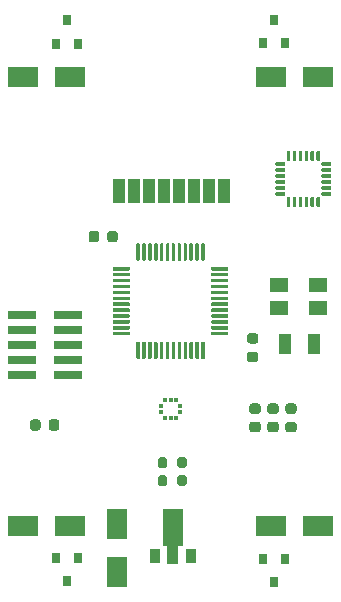
<source format=gbr>
%TF.GenerationSoftware,KiCad,Pcbnew,(5.1.9)-1*%
%TF.CreationDate,2021-04-28T15:16:42-04:00*%
%TF.ProjectId,final_design_v3,66696e61-6c5f-4646-9573-69676e5f7633,rev?*%
%TF.SameCoordinates,Original*%
%TF.FileFunction,Paste,Top*%
%TF.FilePolarity,Positive*%
%FSLAX46Y46*%
G04 Gerber Fmt 4.6, Leading zero omitted, Abs format (unit mm)*
G04 Created by KiCad (PCBNEW (5.1.9)-1) date 2021-04-28 15:16:42*
%MOMM*%
%LPD*%
G01*
G04 APERTURE LIST*
%ADD10R,2.400000X0.740000*%
%ADD11R,1.000000X2.000000*%
%ADD12R,1.800000X2.500000*%
%ADD13R,2.500000X1.800000*%
%ADD14R,0.800000X0.900000*%
%ADD15R,0.350000X0.380000*%
%ADD16R,0.900000X1.300000*%
%ADD17C,0.100000*%
%ADD18R,1.000000X1.800000*%
%ADD19R,1.600000X1.300000*%
G04 APERTURE END LIST*
D10*
%TO.C,J1*%
X130350000Y-105740000D03*
X126450000Y-105740000D03*
X130350000Y-104470000D03*
X126450000Y-104470000D03*
X130350000Y-103200000D03*
X126450000Y-103200000D03*
X130350000Y-101930000D03*
X126450000Y-101930000D03*
X130350000Y-100660000D03*
X126450000Y-100660000D03*
%TD*%
D11*
%TO.C,U4*%
X134600000Y-90200000D03*
X135870000Y-90200000D03*
X137140000Y-90200000D03*
X138410000Y-90200000D03*
X139680000Y-90200000D03*
X140950000Y-90200000D03*
X142220000Y-90200000D03*
X143490000Y-90200000D03*
%TD*%
%TO.C,C6*%
G36*
G01*
X145901600Y-108147400D02*
X146401600Y-108147400D01*
G75*
G02*
X146626600Y-108372400I0J-225000D01*
G01*
X146626600Y-108822400D01*
G75*
G02*
X146401600Y-109047400I-225000J0D01*
G01*
X145901600Y-109047400D01*
G75*
G02*
X145676600Y-108822400I0J225000D01*
G01*
X145676600Y-108372400D01*
G75*
G02*
X145901600Y-108147400I225000J0D01*
G01*
G37*
G36*
G01*
X145901600Y-109697400D02*
X146401600Y-109697400D01*
G75*
G02*
X146626600Y-109922400I0J-225000D01*
G01*
X146626600Y-110372400D01*
G75*
G02*
X146401600Y-110597400I-225000J0D01*
G01*
X145901600Y-110597400D01*
G75*
G02*
X145676600Y-110372400I0J225000D01*
G01*
X145676600Y-109922400D01*
G75*
G02*
X145901600Y-109697400I225000J0D01*
G01*
G37*
%TD*%
%TO.C,C7*%
G36*
G01*
X147425600Y-109697400D02*
X147925600Y-109697400D01*
G75*
G02*
X148150600Y-109922400I0J-225000D01*
G01*
X148150600Y-110372400D01*
G75*
G02*
X147925600Y-110597400I-225000J0D01*
G01*
X147425600Y-110597400D01*
G75*
G02*
X147200600Y-110372400I0J225000D01*
G01*
X147200600Y-109922400D01*
G75*
G02*
X147425600Y-109697400I225000J0D01*
G01*
G37*
G36*
G01*
X147425600Y-108147400D02*
X147925600Y-108147400D01*
G75*
G02*
X148150600Y-108372400I0J-225000D01*
G01*
X148150600Y-108822400D01*
G75*
G02*
X147925600Y-109047400I-225000J0D01*
G01*
X147425600Y-109047400D01*
G75*
G02*
X147200600Y-108822400I0J225000D01*
G01*
X147200600Y-108372400D01*
G75*
G02*
X147425600Y-108147400I225000J0D01*
G01*
G37*
%TD*%
%TO.C,D1*%
G36*
G01*
X127121200Y-110238250D02*
X127121200Y-109725750D01*
G75*
G02*
X127339950Y-109507000I218750J0D01*
G01*
X127777450Y-109507000D01*
G75*
G02*
X127996200Y-109725750I0J-218750D01*
G01*
X127996200Y-110238250D01*
G75*
G02*
X127777450Y-110457000I-218750J0D01*
G01*
X127339950Y-110457000D01*
G75*
G02*
X127121200Y-110238250I0J218750D01*
G01*
G37*
G36*
G01*
X128696200Y-110238250D02*
X128696200Y-109725750D01*
G75*
G02*
X128914950Y-109507000I218750J0D01*
G01*
X129352450Y-109507000D01*
G75*
G02*
X129571200Y-109725750I0J-218750D01*
G01*
X129571200Y-110238250D01*
G75*
G02*
X129352450Y-110457000I-218750J0D01*
G01*
X128914950Y-110457000D01*
G75*
G02*
X128696200Y-110238250I0J218750D01*
G01*
G37*
%TD*%
%TO.C,D2*%
G36*
G01*
X146204650Y-103078800D02*
X145692150Y-103078800D01*
G75*
G02*
X145473400Y-102860050I0J218750D01*
G01*
X145473400Y-102422550D01*
G75*
G02*
X145692150Y-102203800I218750J0D01*
G01*
X146204650Y-102203800D01*
G75*
G02*
X146423400Y-102422550I0J-218750D01*
G01*
X146423400Y-102860050D01*
G75*
G02*
X146204650Y-103078800I-218750J0D01*
G01*
G37*
G36*
G01*
X146204650Y-104653800D02*
X145692150Y-104653800D01*
G75*
G02*
X145473400Y-104435050I0J218750D01*
G01*
X145473400Y-103997550D01*
G75*
G02*
X145692150Y-103778800I218750J0D01*
G01*
X146204650Y-103778800D01*
G75*
G02*
X146423400Y-103997550I0J-218750D01*
G01*
X146423400Y-104435050D01*
G75*
G02*
X146204650Y-104653800I-218750J0D01*
G01*
G37*
%TD*%
%TO.C,D3*%
G36*
G01*
X132074200Y-94287050D02*
X132074200Y-93774550D01*
G75*
G02*
X132292950Y-93555800I218750J0D01*
G01*
X132730450Y-93555800D01*
G75*
G02*
X132949200Y-93774550I0J-218750D01*
G01*
X132949200Y-94287050D01*
G75*
G02*
X132730450Y-94505800I-218750J0D01*
G01*
X132292950Y-94505800D01*
G75*
G02*
X132074200Y-94287050I0J218750D01*
G01*
G37*
G36*
G01*
X133649200Y-94287050D02*
X133649200Y-93774550D01*
G75*
G02*
X133867950Y-93555800I218750J0D01*
G01*
X134305450Y-93555800D01*
G75*
G02*
X134524200Y-93774550I0J-218750D01*
G01*
X134524200Y-94287050D01*
G75*
G02*
X134305450Y-94505800I-218750J0D01*
G01*
X133867950Y-94505800D01*
G75*
G02*
X133649200Y-94287050I0J218750D01*
G01*
G37*
%TD*%
D12*
%TO.C,D5*%
X134500000Y-122400000D03*
X134500000Y-118400000D03*
%TD*%
D13*
%TO.C,D6*%
X130500000Y-80500000D03*
X126500000Y-80500000D03*
%TD*%
%TO.C,D7*%
X130524000Y-118491000D03*
X126524000Y-118491000D03*
%TD*%
%TO.C,D8*%
X151500000Y-80500000D03*
X147500000Y-80500000D03*
%TD*%
%TO.C,D9*%
X151500000Y-118491000D03*
X147500000Y-118491000D03*
%TD*%
%TO.C,L1*%
G36*
G01*
X149455850Y-110597400D02*
X148943350Y-110597400D01*
G75*
G02*
X148724600Y-110378650I0J218750D01*
G01*
X148724600Y-109941150D01*
G75*
G02*
X148943350Y-109722400I218750J0D01*
G01*
X149455850Y-109722400D01*
G75*
G02*
X149674600Y-109941150I0J-218750D01*
G01*
X149674600Y-110378650D01*
G75*
G02*
X149455850Y-110597400I-218750J0D01*
G01*
G37*
G36*
G01*
X149455850Y-109022400D02*
X148943350Y-109022400D01*
G75*
G02*
X148724600Y-108803650I0J218750D01*
G01*
X148724600Y-108366150D01*
G75*
G02*
X148943350Y-108147400I218750J0D01*
G01*
X149455850Y-108147400D01*
G75*
G02*
X149674600Y-108366150I0J-218750D01*
G01*
X149674600Y-108803650D01*
G75*
G02*
X149455850Y-109022400I-218750J0D01*
G01*
G37*
%TD*%
D14*
%TO.C,Q1*%
X129300000Y-77700000D03*
X131200000Y-77700000D03*
X130250000Y-75700000D03*
%TD*%
%TO.C,Q2*%
X131201200Y-121224800D03*
X129301200Y-121224800D03*
X130251200Y-123224800D03*
%TD*%
%TO.C,Q3*%
X147775000Y-75675000D03*
X148725000Y-77675000D03*
X146825000Y-77675000D03*
%TD*%
%TO.C,Q4*%
X147750000Y-123300000D03*
X146800000Y-121300000D03*
X148700000Y-121300000D03*
%TD*%
%TO.C,R9*%
G36*
G01*
X138716200Y-114431400D02*
X138716200Y-114981400D01*
G75*
G02*
X138516200Y-115181400I-200000J0D01*
G01*
X138116200Y-115181400D01*
G75*
G02*
X137916200Y-114981400I0J200000D01*
G01*
X137916200Y-114431400D01*
G75*
G02*
X138116200Y-114231400I200000J0D01*
G01*
X138516200Y-114231400D01*
G75*
G02*
X138716200Y-114431400I0J-200000D01*
G01*
G37*
G36*
G01*
X140366200Y-114431400D02*
X140366200Y-114981400D01*
G75*
G02*
X140166200Y-115181400I-200000J0D01*
G01*
X139766200Y-115181400D01*
G75*
G02*
X139566200Y-114981400I0J200000D01*
G01*
X139566200Y-114431400D01*
G75*
G02*
X139766200Y-114231400I200000J0D01*
G01*
X140166200Y-114231400D01*
G75*
G02*
X140366200Y-114431400I0J-200000D01*
G01*
G37*
%TD*%
%TO.C,R10*%
G36*
G01*
X137916200Y-113457400D02*
X137916200Y-112907400D01*
G75*
G02*
X138116200Y-112707400I200000J0D01*
G01*
X138516200Y-112707400D01*
G75*
G02*
X138716200Y-112907400I0J-200000D01*
G01*
X138716200Y-113457400D01*
G75*
G02*
X138516200Y-113657400I-200000J0D01*
G01*
X138116200Y-113657400D01*
G75*
G02*
X137916200Y-113457400I0J200000D01*
G01*
G37*
G36*
G01*
X139566200Y-113457400D02*
X139566200Y-112907400D01*
G75*
G02*
X139766200Y-112707400I200000J0D01*
G01*
X140166200Y-112707400D01*
G75*
G02*
X140366200Y-112907400I0J-200000D01*
G01*
X140366200Y-113457400D01*
G75*
G02*
X140166200Y-113657400I-200000J0D01*
G01*
X139766200Y-113657400D01*
G75*
G02*
X139566200Y-113457400I0J200000D01*
G01*
G37*
%TD*%
%TO.C,U1*%
G36*
G01*
X143900000Y-102175000D02*
X143900000Y-102325000D01*
G75*
G02*
X143825000Y-102400000I-75000J0D01*
G01*
X142500000Y-102400000D01*
G75*
G02*
X142425000Y-102325000I0J75000D01*
G01*
X142425000Y-102175000D01*
G75*
G02*
X142500000Y-102100000I75000J0D01*
G01*
X143825000Y-102100000D01*
G75*
G02*
X143900000Y-102175000I0J-75000D01*
G01*
G37*
G36*
G01*
X143900000Y-101675000D02*
X143900000Y-101825000D01*
G75*
G02*
X143825000Y-101900000I-75000J0D01*
G01*
X142500000Y-101900000D01*
G75*
G02*
X142425000Y-101825000I0J75000D01*
G01*
X142425000Y-101675000D01*
G75*
G02*
X142500000Y-101600000I75000J0D01*
G01*
X143825000Y-101600000D01*
G75*
G02*
X143900000Y-101675000I0J-75000D01*
G01*
G37*
G36*
G01*
X143900000Y-101175000D02*
X143900000Y-101325000D01*
G75*
G02*
X143825000Y-101400000I-75000J0D01*
G01*
X142500000Y-101400000D01*
G75*
G02*
X142425000Y-101325000I0J75000D01*
G01*
X142425000Y-101175000D01*
G75*
G02*
X142500000Y-101100000I75000J0D01*
G01*
X143825000Y-101100000D01*
G75*
G02*
X143900000Y-101175000I0J-75000D01*
G01*
G37*
G36*
G01*
X143900000Y-100675000D02*
X143900000Y-100825000D01*
G75*
G02*
X143825000Y-100900000I-75000J0D01*
G01*
X142500000Y-100900000D01*
G75*
G02*
X142425000Y-100825000I0J75000D01*
G01*
X142425000Y-100675000D01*
G75*
G02*
X142500000Y-100600000I75000J0D01*
G01*
X143825000Y-100600000D01*
G75*
G02*
X143900000Y-100675000I0J-75000D01*
G01*
G37*
G36*
G01*
X143900000Y-100175000D02*
X143900000Y-100325000D01*
G75*
G02*
X143825000Y-100400000I-75000J0D01*
G01*
X142500000Y-100400000D01*
G75*
G02*
X142425000Y-100325000I0J75000D01*
G01*
X142425000Y-100175000D01*
G75*
G02*
X142500000Y-100100000I75000J0D01*
G01*
X143825000Y-100100000D01*
G75*
G02*
X143900000Y-100175000I0J-75000D01*
G01*
G37*
G36*
G01*
X143900000Y-99675000D02*
X143900000Y-99825000D01*
G75*
G02*
X143825000Y-99900000I-75000J0D01*
G01*
X142500000Y-99900000D01*
G75*
G02*
X142425000Y-99825000I0J75000D01*
G01*
X142425000Y-99675000D01*
G75*
G02*
X142500000Y-99600000I75000J0D01*
G01*
X143825000Y-99600000D01*
G75*
G02*
X143900000Y-99675000I0J-75000D01*
G01*
G37*
G36*
G01*
X143900000Y-99175000D02*
X143900000Y-99325000D01*
G75*
G02*
X143825000Y-99400000I-75000J0D01*
G01*
X142500000Y-99400000D01*
G75*
G02*
X142425000Y-99325000I0J75000D01*
G01*
X142425000Y-99175000D01*
G75*
G02*
X142500000Y-99100000I75000J0D01*
G01*
X143825000Y-99100000D01*
G75*
G02*
X143900000Y-99175000I0J-75000D01*
G01*
G37*
G36*
G01*
X143900000Y-98675000D02*
X143900000Y-98825000D01*
G75*
G02*
X143825000Y-98900000I-75000J0D01*
G01*
X142500000Y-98900000D01*
G75*
G02*
X142425000Y-98825000I0J75000D01*
G01*
X142425000Y-98675000D01*
G75*
G02*
X142500000Y-98600000I75000J0D01*
G01*
X143825000Y-98600000D01*
G75*
G02*
X143900000Y-98675000I0J-75000D01*
G01*
G37*
G36*
G01*
X143900000Y-98175000D02*
X143900000Y-98325000D01*
G75*
G02*
X143825000Y-98400000I-75000J0D01*
G01*
X142500000Y-98400000D01*
G75*
G02*
X142425000Y-98325000I0J75000D01*
G01*
X142425000Y-98175000D01*
G75*
G02*
X142500000Y-98100000I75000J0D01*
G01*
X143825000Y-98100000D01*
G75*
G02*
X143900000Y-98175000I0J-75000D01*
G01*
G37*
G36*
G01*
X143900000Y-97675000D02*
X143900000Y-97825000D01*
G75*
G02*
X143825000Y-97900000I-75000J0D01*
G01*
X142500000Y-97900000D01*
G75*
G02*
X142425000Y-97825000I0J75000D01*
G01*
X142425000Y-97675000D01*
G75*
G02*
X142500000Y-97600000I75000J0D01*
G01*
X143825000Y-97600000D01*
G75*
G02*
X143900000Y-97675000I0J-75000D01*
G01*
G37*
G36*
G01*
X143900000Y-97175000D02*
X143900000Y-97325000D01*
G75*
G02*
X143825000Y-97400000I-75000J0D01*
G01*
X142500000Y-97400000D01*
G75*
G02*
X142425000Y-97325000I0J75000D01*
G01*
X142425000Y-97175000D01*
G75*
G02*
X142500000Y-97100000I75000J0D01*
G01*
X143825000Y-97100000D01*
G75*
G02*
X143900000Y-97175000I0J-75000D01*
G01*
G37*
G36*
G01*
X143900000Y-96675000D02*
X143900000Y-96825000D01*
G75*
G02*
X143825000Y-96900000I-75000J0D01*
G01*
X142500000Y-96900000D01*
G75*
G02*
X142425000Y-96825000I0J75000D01*
G01*
X142425000Y-96675000D01*
G75*
G02*
X142500000Y-96600000I75000J0D01*
G01*
X143825000Y-96600000D01*
G75*
G02*
X143900000Y-96675000I0J-75000D01*
G01*
G37*
G36*
G01*
X141900000Y-94675000D02*
X141900000Y-96000000D01*
G75*
G02*
X141825000Y-96075000I-75000J0D01*
G01*
X141675000Y-96075000D01*
G75*
G02*
X141600000Y-96000000I0J75000D01*
G01*
X141600000Y-94675000D01*
G75*
G02*
X141675000Y-94600000I75000J0D01*
G01*
X141825000Y-94600000D01*
G75*
G02*
X141900000Y-94675000I0J-75000D01*
G01*
G37*
G36*
G01*
X141400000Y-94675000D02*
X141400000Y-96000000D01*
G75*
G02*
X141325000Y-96075000I-75000J0D01*
G01*
X141175000Y-96075000D01*
G75*
G02*
X141100000Y-96000000I0J75000D01*
G01*
X141100000Y-94675000D01*
G75*
G02*
X141175000Y-94600000I75000J0D01*
G01*
X141325000Y-94600000D01*
G75*
G02*
X141400000Y-94675000I0J-75000D01*
G01*
G37*
G36*
G01*
X140900000Y-94675000D02*
X140900000Y-96000000D01*
G75*
G02*
X140825000Y-96075000I-75000J0D01*
G01*
X140675000Y-96075000D01*
G75*
G02*
X140600000Y-96000000I0J75000D01*
G01*
X140600000Y-94675000D01*
G75*
G02*
X140675000Y-94600000I75000J0D01*
G01*
X140825000Y-94600000D01*
G75*
G02*
X140900000Y-94675000I0J-75000D01*
G01*
G37*
G36*
G01*
X140400000Y-94675000D02*
X140400000Y-96000000D01*
G75*
G02*
X140325000Y-96075000I-75000J0D01*
G01*
X140175000Y-96075000D01*
G75*
G02*
X140100000Y-96000000I0J75000D01*
G01*
X140100000Y-94675000D01*
G75*
G02*
X140175000Y-94600000I75000J0D01*
G01*
X140325000Y-94600000D01*
G75*
G02*
X140400000Y-94675000I0J-75000D01*
G01*
G37*
G36*
G01*
X139900000Y-94675000D02*
X139900000Y-96000000D01*
G75*
G02*
X139825000Y-96075000I-75000J0D01*
G01*
X139675000Y-96075000D01*
G75*
G02*
X139600000Y-96000000I0J75000D01*
G01*
X139600000Y-94675000D01*
G75*
G02*
X139675000Y-94600000I75000J0D01*
G01*
X139825000Y-94600000D01*
G75*
G02*
X139900000Y-94675000I0J-75000D01*
G01*
G37*
G36*
G01*
X139400000Y-94675000D02*
X139400000Y-96000000D01*
G75*
G02*
X139325000Y-96075000I-75000J0D01*
G01*
X139175000Y-96075000D01*
G75*
G02*
X139100000Y-96000000I0J75000D01*
G01*
X139100000Y-94675000D01*
G75*
G02*
X139175000Y-94600000I75000J0D01*
G01*
X139325000Y-94600000D01*
G75*
G02*
X139400000Y-94675000I0J-75000D01*
G01*
G37*
G36*
G01*
X138900000Y-94675000D02*
X138900000Y-96000000D01*
G75*
G02*
X138825000Y-96075000I-75000J0D01*
G01*
X138675000Y-96075000D01*
G75*
G02*
X138600000Y-96000000I0J75000D01*
G01*
X138600000Y-94675000D01*
G75*
G02*
X138675000Y-94600000I75000J0D01*
G01*
X138825000Y-94600000D01*
G75*
G02*
X138900000Y-94675000I0J-75000D01*
G01*
G37*
G36*
G01*
X138400000Y-94675000D02*
X138400000Y-96000000D01*
G75*
G02*
X138325000Y-96075000I-75000J0D01*
G01*
X138175000Y-96075000D01*
G75*
G02*
X138100000Y-96000000I0J75000D01*
G01*
X138100000Y-94675000D01*
G75*
G02*
X138175000Y-94600000I75000J0D01*
G01*
X138325000Y-94600000D01*
G75*
G02*
X138400000Y-94675000I0J-75000D01*
G01*
G37*
G36*
G01*
X137900000Y-94675000D02*
X137900000Y-96000000D01*
G75*
G02*
X137825000Y-96075000I-75000J0D01*
G01*
X137675000Y-96075000D01*
G75*
G02*
X137600000Y-96000000I0J75000D01*
G01*
X137600000Y-94675000D01*
G75*
G02*
X137675000Y-94600000I75000J0D01*
G01*
X137825000Y-94600000D01*
G75*
G02*
X137900000Y-94675000I0J-75000D01*
G01*
G37*
G36*
G01*
X137400000Y-94675000D02*
X137400000Y-96000000D01*
G75*
G02*
X137325000Y-96075000I-75000J0D01*
G01*
X137175000Y-96075000D01*
G75*
G02*
X137100000Y-96000000I0J75000D01*
G01*
X137100000Y-94675000D01*
G75*
G02*
X137175000Y-94600000I75000J0D01*
G01*
X137325000Y-94600000D01*
G75*
G02*
X137400000Y-94675000I0J-75000D01*
G01*
G37*
G36*
G01*
X136900000Y-94675000D02*
X136900000Y-96000000D01*
G75*
G02*
X136825000Y-96075000I-75000J0D01*
G01*
X136675000Y-96075000D01*
G75*
G02*
X136600000Y-96000000I0J75000D01*
G01*
X136600000Y-94675000D01*
G75*
G02*
X136675000Y-94600000I75000J0D01*
G01*
X136825000Y-94600000D01*
G75*
G02*
X136900000Y-94675000I0J-75000D01*
G01*
G37*
G36*
G01*
X136400000Y-94675000D02*
X136400000Y-96000000D01*
G75*
G02*
X136325000Y-96075000I-75000J0D01*
G01*
X136175000Y-96075000D01*
G75*
G02*
X136100000Y-96000000I0J75000D01*
G01*
X136100000Y-94675000D01*
G75*
G02*
X136175000Y-94600000I75000J0D01*
G01*
X136325000Y-94600000D01*
G75*
G02*
X136400000Y-94675000I0J-75000D01*
G01*
G37*
G36*
G01*
X135575000Y-96675000D02*
X135575000Y-96825000D01*
G75*
G02*
X135500000Y-96900000I-75000J0D01*
G01*
X134175000Y-96900000D01*
G75*
G02*
X134100000Y-96825000I0J75000D01*
G01*
X134100000Y-96675000D01*
G75*
G02*
X134175000Y-96600000I75000J0D01*
G01*
X135500000Y-96600000D01*
G75*
G02*
X135575000Y-96675000I0J-75000D01*
G01*
G37*
G36*
G01*
X135575000Y-97175000D02*
X135575000Y-97325000D01*
G75*
G02*
X135500000Y-97400000I-75000J0D01*
G01*
X134175000Y-97400000D01*
G75*
G02*
X134100000Y-97325000I0J75000D01*
G01*
X134100000Y-97175000D01*
G75*
G02*
X134175000Y-97100000I75000J0D01*
G01*
X135500000Y-97100000D01*
G75*
G02*
X135575000Y-97175000I0J-75000D01*
G01*
G37*
G36*
G01*
X135575000Y-97675000D02*
X135575000Y-97825000D01*
G75*
G02*
X135500000Y-97900000I-75000J0D01*
G01*
X134175000Y-97900000D01*
G75*
G02*
X134100000Y-97825000I0J75000D01*
G01*
X134100000Y-97675000D01*
G75*
G02*
X134175000Y-97600000I75000J0D01*
G01*
X135500000Y-97600000D01*
G75*
G02*
X135575000Y-97675000I0J-75000D01*
G01*
G37*
G36*
G01*
X135575000Y-98175000D02*
X135575000Y-98325000D01*
G75*
G02*
X135500000Y-98400000I-75000J0D01*
G01*
X134175000Y-98400000D01*
G75*
G02*
X134100000Y-98325000I0J75000D01*
G01*
X134100000Y-98175000D01*
G75*
G02*
X134175000Y-98100000I75000J0D01*
G01*
X135500000Y-98100000D01*
G75*
G02*
X135575000Y-98175000I0J-75000D01*
G01*
G37*
G36*
G01*
X135575000Y-98675000D02*
X135575000Y-98825000D01*
G75*
G02*
X135500000Y-98900000I-75000J0D01*
G01*
X134175000Y-98900000D01*
G75*
G02*
X134100000Y-98825000I0J75000D01*
G01*
X134100000Y-98675000D01*
G75*
G02*
X134175000Y-98600000I75000J0D01*
G01*
X135500000Y-98600000D01*
G75*
G02*
X135575000Y-98675000I0J-75000D01*
G01*
G37*
G36*
G01*
X135575000Y-99175000D02*
X135575000Y-99325000D01*
G75*
G02*
X135500000Y-99400000I-75000J0D01*
G01*
X134175000Y-99400000D01*
G75*
G02*
X134100000Y-99325000I0J75000D01*
G01*
X134100000Y-99175000D01*
G75*
G02*
X134175000Y-99100000I75000J0D01*
G01*
X135500000Y-99100000D01*
G75*
G02*
X135575000Y-99175000I0J-75000D01*
G01*
G37*
G36*
G01*
X135575000Y-99675000D02*
X135575000Y-99825000D01*
G75*
G02*
X135500000Y-99900000I-75000J0D01*
G01*
X134175000Y-99900000D01*
G75*
G02*
X134100000Y-99825000I0J75000D01*
G01*
X134100000Y-99675000D01*
G75*
G02*
X134175000Y-99600000I75000J0D01*
G01*
X135500000Y-99600000D01*
G75*
G02*
X135575000Y-99675000I0J-75000D01*
G01*
G37*
G36*
G01*
X135575000Y-100175000D02*
X135575000Y-100325000D01*
G75*
G02*
X135500000Y-100400000I-75000J0D01*
G01*
X134175000Y-100400000D01*
G75*
G02*
X134100000Y-100325000I0J75000D01*
G01*
X134100000Y-100175000D01*
G75*
G02*
X134175000Y-100100000I75000J0D01*
G01*
X135500000Y-100100000D01*
G75*
G02*
X135575000Y-100175000I0J-75000D01*
G01*
G37*
G36*
G01*
X135575000Y-100675000D02*
X135575000Y-100825000D01*
G75*
G02*
X135500000Y-100900000I-75000J0D01*
G01*
X134175000Y-100900000D01*
G75*
G02*
X134100000Y-100825000I0J75000D01*
G01*
X134100000Y-100675000D01*
G75*
G02*
X134175000Y-100600000I75000J0D01*
G01*
X135500000Y-100600000D01*
G75*
G02*
X135575000Y-100675000I0J-75000D01*
G01*
G37*
G36*
G01*
X135575000Y-101175000D02*
X135575000Y-101325000D01*
G75*
G02*
X135500000Y-101400000I-75000J0D01*
G01*
X134175000Y-101400000D01*
G75*
G02*
X134100000Y-101325000I0J75000D01*
G01*
X134100000Y-101175000D01*
G75*
G02*
X134175000Y-101100000I75000J0D01*
G01*
X135500000Y-101100000D01*
G75*
G02*
X135575000Y-101175000I0J-75000D01*
G01*
G37*
G36*
G01*
X135575000Y-101675000D02*
X135575000Y-101825000D01*
G75*
G02*
X135500000Y-101900000I-75000J0D01*
G01*
X134175000Y-101900000D01*
G75*
G02*
X134100000Y-101825000I0J75000D01*
G01*
X134100000Y-101675000D01*
G75*
G02*
X134175000Y-101600000I75000J0D01*
G01*
X135500000Y-101600000D01*
G75*
G02*
X135575000Y-101675000I0J-75000D01*
G01*
G37*
G36*
G01*
X135575000Y-102175000D02*
X135575000Y-102325000D01*
G75*
G02*
X135500000Y-102400000I-75000J0D01*
G01*
X134175000Y-102400000D01*
G75*
G02*
X134100000Y-102325000I0J75000D01*
G01*
X134100000Y-102175000D01*
G75*
G02*
X134175000Y-102100000I75000J0D01*
G01*
X135500000Y-102100000D01*
G75*
G02*
X135575000Y-102175000I0J-75000D01*
G01*
G37*
G36*
G01*
X136400000Y-103000000D02*
X136400000Y-104325000D01*
G75*
G02*
X136325000Y-104400000I-75000J0D01*
G01*
X136175000Y-104400000D01*
G75*
G02*
X136100000Y-104325000I0J75000D01*
G01*
X136100000Y-103000000D01*
G75*
G02*
X136175000Y-102925000I75000J0D01*
G01*
X136325000Y-102925000D01*
G75*
G02*
X136400000Y-103000000I0J-75000D01*
G01*
G37*
G36*
G01*
X136900000Y-103000000D02*
X136900000Y-104325000D01*
G75*
G02*
X136825000Y-104400000I-75000J0D01*
G01*
X136675000Y-104400000D01*
G75*
G02*
X136600000Y-104325000I0J75000D01*
G01*
X136600000Y-103000000D01*
G75*
G02*
X136675000Y-102925000I75000J0D01*
G01*
X136825000Y-102925000D01*
G75*
G02*
X136900000Y-103000000I0J-75000D01*
G01*
G37*
G36*
G01*
X137400000Y-103000000D02*
X137400000Y-104325000D01*
G75*
G02*
X137325000Y-104400000I-75000J0D01*
G01*
X137175000Y-104400000D01*
G75*
G02*
X137100000Y-104325000I0J75000D01*
G01*
X137100000Y-103000000D01*
G75*
G02*
X137175000Y-102925000I75000J0D01*
G01*
X137325000Y-102925000D01*
G75*
G02*
X137400000Y-103000000I0J-75000D01*
G01*
G37*
G36*
G01*
X137900000Y-103000000D02*
X137900000Y-104325000D01*
G75*
G02*
X137825000Y-104400000I-75000J0D01*
G01*
X137675000Y-104400000D01*
G75*
G02*
X137600000Y-104325000I0J75000D01*
G01*
X137600000Y-103000000D01*
G75*
G02*
X137675000Y-102925000I75000J0D01*
G01*
X137825000Y-102925000D01*
G75*
G02*
X137900000Y-103000000I0J-75000D01*
G01*
G37*
G36*
G01*
X138400000Y-103000000D02*
X138400000Y-104325000D01*
G75*
G02*
X138325000Y-104400000I-75000J0D01*
G01*
X138175000Y-104400000D01*
G75*
G02*
X138100000Y-104325000I0J75000D01*
G01*
X138100000Y-103000000D01*
G75*
G02*
X138175000Y-102925000I75000J0D01*
G01*
X138325000Y-102925000D01*
G75*
G02*
X138400000Y-103000000I0J-75000D01*
G01*
G37*
G36*
G01*
X138900000Y-103000000D02*
X138900000Y-104325000D01*
G75*
G02*
X138825000Y-104400000I-75000J0D01*
G01*
X138675000Y-104400000D01*
G75*
G02*
X138600000Y-104325000I0J75000D01*
G01*
X138600000Y-103000000D01*
G75*
G02*
X138675000Y-102925000I75000J0D01*
G01*
X138825000Y-102925000D01*
G75*
G02*
X138900000Y-103000000I0J-75000D01*
G01*
G37*
G36*
G01*
X139400000Y-103000000D02*
X139400000Y-104325000D01*
G75*
G02*
X139325000Y-104400000I-75000J0D01*
G01*
X139175000Y-104400000D01*
G75*
G02*
X139100000Y-104325000I0J75000D01*
G01*
X139100000Y-103000000D01*
G75*
G02*
X139175000Y-102925000I75000J0D01*
G01*
X139325000Y-102925000D01*
G75*
G02*
X139400000Y-103000000I0J-75000D01*
G01*
G37*
G36*
G01*
X139900000Y-103000000D02*
X139900000Y-104325000D01*
G75*
G02*
X139825000Y-104400000I-75000J0D01*
G01*
X139675000Y-104400000D01*
G75*
G02*
X139600000Y-104325000I0J75000D01*
G01*
X139600000Y-103000000D01*
G75*
G02*
X139675000Y-102925000I75000J0D01*
G01*
X139825000Y-102925000D01*
G75*
G02*
X139900000Y-103000000I0J-75000D01*
G01*
G37*
G36*
G01*
X140400000Y-103000000D02*
X140400000Y-104325000D01*
G75*
G02*
X140325000Y-104400000I-75000J0D01*
G01*
X140175000Y-104400000D01*
G75*
G02*
X140100000Y-104325000I0J75000D01*
G01*
X140100000Y-103000000D01*
G75*
G02*
X140175000Y-102925000I75000J0D01*
G01*
X140325000Y-102925000D01*
G75*
G02*
X140400000Y-103000000I0J-75000D01*
G01*
G37*
G36*
G01*
X140900000Y-103000000D02*
X140900000Y-104325000D01*
G75*
G02*
X140825000Y-104400000I-75000J0D01*
G01*
X140675000Y-104400000D01*
G75*
G02*
X140600000Y-104325000I0J75000D01*
G01*
X140600000Y-103000000D01*
G75*
G02*
X140675000Y-102925000I75000J0D01*
G01*
X140825000Y-102925000D01*
G75*
G02*
X140900000Y-103000000I0J-75000D01*
G01*
G37*
G36*
G01*
X141400000Y-103000000D02*
X141400000Y-104325000D01*
G75*
G02*
X141325000Y-104400000I-75000J0D01*
G01*
X141175000Y-104400000D01*
G75*
G02*
X141100000Y-104325000I0J75000D01*
G01*
X141100000Y-103000000D01*
G75*
G02*
X141175000Y-102925000I75000J0D01*
G01*
X141325000Y-102925000D01*
G75*
G02*
X141400000Y-103000000I0J-75000D01*
G01*
G37*
G36*
G01*
X141900000Y-103000000D02*
X141900000Y-104325000D01*
G75*
G02*
X141825000Y-104400000I-75000J0D01*
G01*
X141675000Y-104400000D01*
G75*
G02*
X141600000Y-104325000I0J75000D01*
G01*
X141600000Y-103000000D01*
G75*
G02*
X141675000Y-102925000I75000J0D01*
G01*
X141825000Y-102925000D01*
G75*
G02*
X141900000Y-103000000I0J-75000D01*
G01*
G37*
%TD*%
D15*
%TO.C,U2*%
X138235000Y-108350000D03*
X138235000Y-108850000D03*
X138500000Y-109365000D03*
X139000000Y-109365000D03*
X139500000Y-109365000D03*
X139765000Y-108850000D03*
X139765000Y-108350000D03*
X139500000Y-107835000D03*
X139000000Y-107835000D03*
X138500000Y-107835000D03*
%TD*%
D16*
%TO.C,U3*%
X137692000Y-121080800D03*
X140692000Y-121080800D03*
D17*
G36*
X140058500Y-117130800D02*
G01*
X140058500Y-120255800D01*
X139642000Y-120255800D01*
X139642000Y-121730800D01*
X138742000Y-121730800D01*
X138742000Y-120255800D01*
X138325500Y-120255800D01*
X138325500Y-117130800D01*
X140058500Y-117130800D01*
G37*
%TD*%
%TO.C,U5*%
G36*
G01*
X147875000Y-87975000D02*
X147875000Y-87825000D01*
G75*
G02*
X147950000Y-87750000I75000J0D01*
G01*
X148650000Y-87750000D01*
G75*
G02*
X148725000Y-87825000I0J-75000D01*
G01*
X148725000Y-87975000D01*
G75*
G02*
X148650000Y-88050000I-75000J0D01*
G01*
X147950000Y-88050000D01*
G75*
G02*
X147875000Y-87975000I0J75000D01*
G01*
G37*
G36*
G01*
X147875000Y-88475000D02*
X147875000Y-88325000D01*
G75*
G02*
X147950000Y-88250000I75000J0D01*
G01*
X148650000Y-88250000D01*
G75*
G02*
X148725000Y-88325000I0J-75000D01*
G01*
X148725000Y-88475000D01*
G75*
G02*
X148650000Y-88550000I-75000J0D01*
G01*
X147950000Y-88550000D01*
G75*
G02*
X147875000Y-88475000I0J75000D01*
G01*
G37*
G36*
G01*
X147875000Y-88975000D02*
X147875000Y-88825000D01*
G75*
G02*
X147950000Y-88750000I75000J0D01*
G01*
X148650000Y-88750000D01*
G75*
G02*
X148725000Y-88825000I0J-75000D01*
G01*
X148725000Y-88975000D01*
G75*
G02*
X148650000Y-89050000I-75000J0D01*
G01*
X147950000Y-89050000D01*
G75*
G02*
X147875000Y-88975000I0J75000D01*
G01*
G37*
G36*
G01*
X147875000Y-89475000D02*
X147875000Y-89325000D01*
G75*
G02*
X147950000Y-89250000I75000J0D01*
G01*
X148650000Y-89250000D01*
G75*
G02*
X148725000Y-89325000I0J-75000D01*
G01*
X148725000Y-89475000D01*
G75*
G02*
X148650000Y-89550000I-75000J0D01*
G01*
X147950000Y-89550000D01*
G75*
G02*
X147875000Y-89475000I0J75000D01*
G01*
G37*
G36*
G01*
X147875000Y-89975000D02*
X147875000Y-89825000D01*
G75*
G02*
X147950000Y-89750000I75000J0D01*
G01*
X148650000Y-89750000D01*
G75*
G02*
X148725000Y-89825000I0J-75000D01*
G01*
X148725000Y-89975000D01*
G75*
G02*
X148650000Y-90050000I-75000J0D01*
G01*
X147950000Y-90050000D01*
G75*
G02*
X147875000Y-89975000I0J75000D01*
G01*
G37*
G36*
G01*
X147875000Y-90475000D02*
X147875000Y-90325000D01*
G75*
G02*
X147950000Y-90250000I75000J0D01*
G01*
X148650000Y-90250000D01*
G75*
G02*
X148725000Y-90325000I0J-75000D01*
G01*
X148725000Y-90475000D01*
G75*
G02*
X148650000Y-90550000I-75000J0D01*
G01*
X147950000Y-90550000D01*
G75*
G02*
X147875000Y-90475000I0J75000D01*
G01*
G37*
G36*
G01*
X149075000Y-91525000D02*
X148925000Y-91525000D01*
G75*
G02*
X148850000Y-91450000I0J75000D01*
G01*
X148850000Y-90750000D01*
G75*
G02*
X148925000Y-90675000I75000J0D01*
G01*
X149075000Y-90675000D01*
G75*
G02*
X149150000Y-90750000I0J-75000D01*
G01*
X149150000Y-91450000D01*
G75*
G02*
X149075000Y-91525000I-75000J0D01*
G01*
G37*
G36*
G01*
X149575000Y-91525000D02*
X149425000Y-91525000D01*
G75*
G02*
X149350000Y-91450000I0J75000D01*
G01*
X149350000Y-90750000D01*
G75*
G02*
X149425000Y-90675000I75000J0D01*
G01*
X149575000Y-90675000D01*
G75*
G02*
X149650000Y-90750000I0J-75000D01*
G01*
X149650000Y-91450000D01*
G75*
G02*
X149575000Y-91525000I-75000J0D01*
G01*
G37*
G36*
G01*
X150075000Y-91525000D02*
X149925000Y-91525000D01*
G75*
G02*
X149850000Y-91450000I0J75000D01*
G01*
X149850000Y-90750000D01*
G75*
G02*
X149925000Y-90675000I75000J0D01*
G01*
X150075000Y-90675000D01*
G75*
G02*
X150150000Y-90750000I0J-75000D01*
G01*
X150150000Y-91450000D01*
G75*
G02*
X150075000Y-91525000I-75000J0D01*
G01*
G37*
G36*
G01*
X150575000Y-91525000D02*
X150425000Y-91525000D01*
G75*
G02*
X150350000Y-91450000I0J75000D01*
G01*
X150350000Y-90750000D01*
G75*
G02*
X150425000Y-90675000I75000J0D01*
G01*
X150575000Y-90675000D01*
G75*
G02*
X150650000Y-90750000I0J-75000D01*
G01*
X150650000Y-91450000D01*
G75*
G02*
X150575000Y-91525000I-75000J0D01*
G01*
G37*
G36*
G01*
X151075000Y-91525000D02*
X150925000Y-91525000D01*
G75*
G02*
X150850000Y-91450000I0J75000D01*
G01*
X150850000Y-90750000D01*
G75*
G02*
X150925000Y-90675000I75000J0D01*
G01*
X151075000Y-90675000D01*
G75*
G02*
X151150000Y-90750000I0J-75000D01*
G01*
X151150000Y-91450000D01*
G75*
G02*
X151075000Y-91525000I-75000J0D01*
G01*
G37*
G36*
G01*
X151575000Y-91525000D02*
X151425000Y-91525000D01*
G75*
G02*
X151350000Y-91450000I0J75000D01*
G01*
X151350000Y-90750000D01*
G75*
G02*
X151425000Y-90675000I75000J0D01*
G01*
X151575000Y-90675000D01*
G75*
G02*
X151650000Y-90750000I0J-75000D01*
G01*
X151650000Y-91450000D01*
G75*
G02*
X151575000Y-91525000I-75000J0D01*
G01*
G37*
G36*
G01*
X151775000Y-90475000D02*
X151775000Y-90325000D01*
G75*
G02*
X151850000Y-90250000I75000J0D01*
G01*
X152550000Y-90250000D01*
G75*
G02*
X152625000Y-90325000I0J-75000D01*
G01*
X152625000Y-90475000D01*
G75*
G02*
X152550000Y-90550000I-75000J0D01*
G01*
X151850000Y-90550000D01*
G75*
G02*
X151775000Y-90475000I0J75000D01*
G01*
G37*
G36*
G01*
X151775000Y-89975000D02*
X151775000Y-89825000D01*
G75*
G02*
X151850000Y-89750000I75000J0D01*
G01*
X152550000Y-89750000D01*
G75*
G02*
X152625000Y-89825000I0J-75000D01*
G01*
X152625000Y-89975000D01*
G75*
G02*
X152550000Y-90050000I-75000J0D01*
G01*
X151850000Y-90050000D01*
G75*
G02*
X151775000Y-89975000I0J75000D01*
G01*
G37*
G36*
G01*
X151775000Y-89475000D02*
X151775000Y-89325000D01*
G75*
G02*
X151850000Y-89250000I75000J0D01*
G01*
X152550000Y-89250000D01*
G75*
G02*
X152625000Y-89325000I0J-75000D01*
G01*
X152625000Y-89475000D01*
G75*
G02*
X152550000Y-89550000I-75000J0D01*
G01*
X151850000Y-89550000D01*
G75*
G02*
X151775000Y-89475000I0J75000D01*
G01*
G37*
G36*
G01*
X151775000Y-88975000D02*
X151775000Y-88825000D01*
G75*
G02*
X151850000Y-88750000I75000J0D01*
G01*
X152550000Y-88750000D01*
G75*
G02*
X152625000Y-88825000I0J-75000D01*
G01*
X152625000Y-88975000D01*
G75*
G02*
X152550000Y-89050000I-75000J0D01*
G01*
X151850000Y-89050000D01*
G75*
G02*
X151775000Y-88975000I0J75000D01*
G01*
G37*
G36*
G01*
X151775000Y-88475000D02*
X151775000Y-88325000D01*
G75*
G02*
X151850000Y-88250000I75000J0D01*
G01*
X152550000Y-88250000D01*
G75*
G02*
X152625000Y-88325000I0J-75000D01*
G01*
X152625000Y-88475000D01*
G75*
G02*
X152550000Y-88550000I-75000J0D01*
G01*
X151850000Y-88550000D01*
G75*
G02*
X151775000Y-88475000I0J75000D01*
G01*
G37*
G36*
G01*
X151775000Y-87975000D02*
X151775000Y-87825000D01*
G75*
G02*
X151850000Y-87750000I75000J0D01*
G01*
X152550000Y-87750000D01*
G75*
G02*
X152625000Y-87825000I0J-75000D01*
G01*
X152625000Y-87975000D01*
G75*
G02*
X152550000Y-88050000I-75000J0D01*
G01*
X151850000Y-88050000D01*
G75*
G02*
X151775000Y-87975000I0J75000D01*
G01*
G37*
G36*
G01*
X151575000Y-87625000D02*
X151425000Y-87625000D01*
G75*
G02*
X151350000Y-87550000I0J75000D01*
G01*
X151350000Y-86850000D01*
G75*
G02*
X151425000Y-86775000I75000J0D01*
G01*
X151575000Y-86775000D01*
G75*
G02*
X151650000Y-86850000I0J-75000D01*
G01*
X151650000Y-87550000D01*
G75*
G02*
X151575000Y-87625000I-75000J0D01*
G01*
G37*
G36*
G01*
X151075000Y-87625000D02*
X150925000Y-87625000D01*
G75*
G02*
X150850000Y-87550000I0J75000D01*
G01*
X150850000Y-86850000D01*
G75*
G02*
X150925000Y-86775000I75000J0D01*
G01*
X151075000Y-86775000D01*
G75*
G02*
X151150000Y-86850000I0J-75000D01*
G01*
X151150000Y-87550000D01*
G75*
G02*
X151075000Y-87625000I-75000J0D01*
G01*
G37*
G36*
G01*
X150575000Y-87625000D02*
X150425000Y-87625000D01*
G75*
G02*
X150350000Y-87550000I0J75000D01*
G01*
X150350000Y-86850000D01*
G75*
G02*
X150425000Y-86775000I75000J0D01*
G01*
X150575000Y-86775000D01*
G75*
G02*
X150650000Y-86850000I0J-75000D01*
G01*
X150650000Y-87550000D01*
G75*
G02*
X150575000Y-87625000I-75000J0D01*
G01*
G37*
G36*
G01*
X150075000Y-87625000D02*
X149925000Y-87625000D01*
G75*
G02*
X149850000Y-87550000I0J75000D01*
G01*
X149850000Y-86850000D01*
G75*
G02*
X149925000Y-86775000I75000J0D01*
G01*
X150075000Y-86775000D01*
G75*
G02*
X150150000Y-86850000I0J-75000D01*
G01*
X150150000Y-87550000D01*
G75*
G02*
X150075000Y-87625000I-75000J0D01*
G01*
G37*
G36*
G01*
X149575000Y-87625000D02*
X149425000Y-87625000D01*
G75*
G02*
X149350000Y-87550000I0J75000D01*
G01*
X149350000Y-86850000D01*
G75*
G02*
X149425000Y-86775000I75000J0D01*
G01*
X149575000Y-86775000D01*
G75*
G02*
X149650000Y-86850000I0J-75000D01*
G01*
X149650000Y-87550000D01*
G75*
G02*
X149575000Y-87625000I-75000J0D01*
G01*
G37*
G36*
G01*
X149075000Y-87625000D02*
X148925000Y-87625000D01*
G75*
G02*
X148850000Y-87550000I0J75000D01*
G01*
X148850000Y-86850000D01*
G75*
G02*
X148925000Y-86775000I75000J0D01*
G01*
X149075000Y-86775000D01*
G75*
G02*
X149150000Y-86850000I0J-75000D01*
G01*
X149150000Y-87550000D01*
G75*
G02*
X149075000Y-87625000I-75000J0D01*
G01*
G37*
%TD*%
D18*
%TO.C,Y1*%
X148650000Y-103100000D03*
X151150000Y-103100000D03*
%TD*%
D19*
%TO.C,Y2*%
X148150000Y-100100000D03*
X151450000Y-100100000D03*
X151450000Y-98100000D03*
X148150000Y-98100000D03*
%TD*%
M02*

</source>
